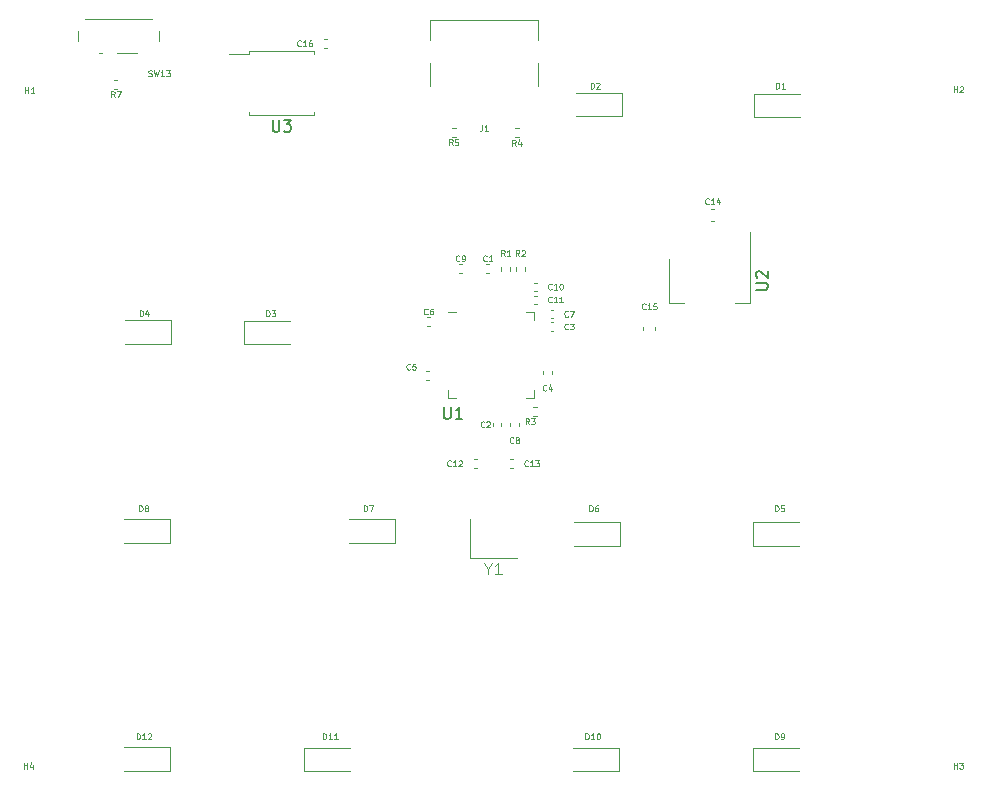
<source format=gbr>
%TF.GenerationSoftware,KiCad,Pcbnew,(6.0.10)*%
%TF.CreationDate,2023-01-10T16:59:13+01:00*%
%TF.ProjectId,rp2040_keyboard,72703230-3430-45f6-9b65-79626f617264,rev?*%
%TF.SameCoordinates,Original*%
%TF.FileFunction,Legend,Top*%
%TF.FilePolarity,Positive*%
%FSLAX46Y46*%
G04 Gerber Fmt 4.6, Leading zero omitted, Abs format (unit mm)*
G04 Created by KiCad (PCBNEW (6.0.10)) date 2023-01-10 16:59:13*
%MOMM*%
%LPD*%
G01*
G04 APERTURE LIST*
%ADD10C,0.050000*%
%ADD11C,0.150000*%
%ADD12C,0.100000*%
%ADD13C,0.200000*%
%ADD14C,0.120000*%
G04 APERTURE END LIST*
D10*
%TO.C,SW13*%
X58937638Y-48716380D02*
X59009066Y-48740190D01*
X59128114Y-48740190D01*
X59175733Y-48716380D01*
X59199542Y-48692571D01*
X59223352Y-48644952D01*
X59223352Y-48597333D01*
X59199542Y-48549714D01*
X59175733Y-48525904D01*
X59128114Y-48502095D01*
X59032876Y-48478285D01*
X58985257Y-48454476D01*
X58961447Y-48430666D01*
X58937638Y-48383047D01*
X58937638Y-48335428D01*
X58961447Y-48287809D01*
X58985257Y-48264000D01*
X59032876Y-48240190D01*
X59151923Y-48240190D01*
X59223352Y-48264000D01*
X59390019Y-48240190D02*
X59509066Y-48740190D01*
X59604304Y-48383047D01*
X59699542Y-48740190D01*
X59818590Y-48240190D01*
X60270971Y-48740190D02*
X59985257Y-48740190D01*
X60128114Y-48740190D02*
X60128114Y-48240190D01*
X60080495Y-48311619D01*
X60032876Y-48359238D01*
X59985257Y-48383047D01*
X60437638Y-48240190D02*
X60747161Y-48240190D01*
X60580495Y-48430666D01*
X60651923Y-48430666D01*
X60699542Y-48454476D01*
X60723352Y-48478285D01*
X60747161Y-48525904D01*
X60747161Y-48644952D01*
X60723352Y-48692571D01*
X60699542Y-48716380D01*
X60651923Y-48740190D01*
X60509066Y-48740190D01*
X60461447Y-48716380D01*
X60437638Y-48692571D01*
%TO.C,H4*%
X48387047Y-107355790D02*
X48387047Y-106855790D01*
X48387047Y-107093885D02*
X48672761Y-107093885D01*
X48672761Y-107355790D02*
X48672761Y-106855790D01*
X49125142Y-107022457D02*
X49125142Y-107355790D01*
X49006095Y-106831980D02*
X48887047Y-107189123D01*
X49196571Y-107189123D01*
%TO.C,H3*%
X127127047Y-107355790D02*
X127127047Y-106855790D01*
X127127047Y-107093885D02*
X127412761Y-107093885D01*
X127412761Y-107355790D02*
X127412761Y-106855790D01*
X127603238Y-106855790D02*
X127912761Y-106855790D01*
X127746095Y-107046266D01*
X127817523Y-107046266D01*
X127865142Y-107070076D01*
X127888952Y-107093885D01*
X127912761Y-107141504D01*
X127912761Y-107260552D01*
X127888952Y-107308171D01*
X127865142Y-107331980D01*
X127817523Y-107355790D01*
X127674666Y-107355790D01*
X127627047Y-107331980D01*
X127603238Y-107308171D01*
%TO.C,H2*%
X127127047Y-50093990D02*
X127127047Y-49593990D01*
X127127047Y-49832085D02*
X127412761Y-49832085D01*
X127412761Y-50093990D02*
X127412761Y-49593990D01*
X127627047Y-49641609D02*
X127650857Y-49617800D01*
X127698476Y-49593990D01*
X127817523Y-49593990D01*
X127865142Y-49617800D01*
X127888952Y-49641609D01*
X127912761Y-49689228D01*
X127912761Y-49736847D01*
X127888952Y-49808276D01*
X127603238Y-50093990D01*
X127912761Y-50093990D01*
%TO.C,H1*%
X48488647Y-50170190D02*
X48488647Y-49670190D01*
X48488647Y-49908285D02*
X48774361Y-49908285D01*
X48774361Y-50170190D02*
X48774361Y-49670190D01*
X49274361Y-50170190D02*
X48988647Y-50170190D01*
X49131504Y-50170190D02*
X49131504Y-49670190D01*
X49083885Y-49741619D01*
X49036266Y-49789238D01*
X48988647Y-49813047D01*
%TO.C,R1*%
X89096066Y-63954790D02*
X88929400Y-63716695D01*
X88810352Y-63954790D02*
X88810352Y-63454790D01*
X89000828Y-63454790D01*
X89048447Y-63478600D01*
X89072257Y-63502409D01*
X89096066Y-63550028D01*
X89096066Y-63621457D01*
X89072257Y-63669076D01*
X89048447Y-63692885D01*
X89000828Y-63716695D01*
X88810352Y-63716695D01*
X89572257Y-63954790D02*
X89286542Y-63954790D01*
X89429400Y-63954790D02*
X89429400Y-63454790D01*
X89381780Y-63526219D01*
X89334161Y-63573838D01*
X89286542Y-63597647D01*
%TO.C,D2*%
X96379552Y-49781590D02*
X96379552Y-49281590D01*
X96498600Y-49281590D01*
X96570028Y-49305400D01*
X96617647Y-49353019D01*
X96641457Y-49400638D01*
X96665266Y-49495876D01*
X96665266Y-49567304D01*
X96641457Y-49662542D01*
X96617647Y-49710161D01*
X96570028Y-49757780D01*
X96498600Y-49781590D01*
X96379552Y-49781590D01*
X96855742Y-49329209D02*
X96879552Y-49305400D01*
X96927171Y-49281590D01*
X97046219Y-49281590D01*
X97093838Y-49305400D01*
X97117647Y-49329209D01*
X97141457Y-49376828D01*
X97141457Y-49424447D01*
X97117647Y-49495876D01*
X96831933Y-49781590D01*
X97141457Y-49781590D01*
%TO.C,C12*%
X84539971Y-81712571D02*
X84516161Y-81736380D01*
X84444733Y-81760190D01*
X84397114Y-81760190D01*
X84325685Y-81736380D01*
X84278066Y-81688761D01*
X84254257Y-81641142D01*
X84230447Y-81545904D01*
X84230447Y-81474476D01*
X84254257Y-81379238D01*
X84278066Y-81331619D01*
X84325685Y-81284000D01*
X84397114Y-81260190D01*
X84444733Y-81260190D01*
X84516161Y-81284000D01*
X84539971Y-81307809D01*
X85016161Y-81760190D02*
X84730447Y-81760190D01*
X84873304Y-81760190D02*
X84873304Y-81260190D01*
X84825685Y-81331619D01*
X84778066Y-81379238D01*
X84730447Y-81403047D01*
X85206638Y-81307809D02*
X85230447Y-81284000D01*
X85278066Y-81260190D01*
X85397114Y-81260190D01*
X85444733Y-81284000D01*
X85468542Y-81307809D01*
X85492352Y-81355428D01*
X85492352Y-81403047D01*
X85468542Y-81474476D01*
X85182828Y-81760190D01*
X85492352Y-81760190D01*
%TO.C,C1*%
X87572066Y-64364371D02*
X87548257Y-64388180D01*
X87476828Y-64411990D01*
X87429209Y-64411990D01*
X87357780Y-64388180D01*
X87310161Y-64340561D01*
X87286352Y-64292942D01*
X87262542Y-64197704D01*
X87262542Y-64126276D01*
X87286352Y-64031038D01*
X87310161Y-63983419D01*
X87357780Y-63935800D01*
X87429209Y-63911990D01*
X87476828Y-63911990D01*
X87548257Y-63935800D01*
X87572066Y-63959609D01*
X88048257Y-64411990D02*
X87762542Y-64411990D01*
X87905400Y-64411990D02*
X87905400Y-63911990D01*
X87857780Y-63983419D01*
X87810161Y-64031038D01*
X87762542Y-64054847D01*
%TO.C,C5*%
X81095066Y-73533771D02*
X81071257Y-73557580D01*
X80999828Y-73581390D01*
X80952209Y-73581390D01*
X80880780Y-73557580D01*
X80833161Y-73509961D01*
X80809352Y-73462342D01*
X80785542Y-73367104D01*
X80785542Y-73295676D01*
X80809352Y-73200438D01*
X80833161Y-73152819D01*
X80880780Y-73105200D01*
X80952209Y-73081390D01*
X80999828Y-73081390D01*
X81071257Y-73105200D01*
X81095066Y-73129009D01*
X81547447Y-73081390D02*
X81309352Y-73081390D01*
X81285542Y-73319485D01*
X81309352Y-73295676D01*
X81356971Y-73271866D01*
X81476019Y-73271866D01*
X81523638Y-73295676D01*
X81547447Y-73319485D01*
X81571257Y-73367104D01*
X81571257Y-73486152D01*
X81547447Y-73533771D01*
X81523638Y-73557580D01*
X81476019Y-73581390D01*
X81356971Y-73581390D01*
X81309352Y-73557580D01*
X81285542Y-73533771D01*
%TO.C,C8*%
X89832666Y-79756771D02*
X89808857Y-79780580D01*
X89737428Y-79804390D01*
X89689809Y-79804390D01*
X89618380Y-79780580D01*
X89570761Y-79732961D01*
X89546952Y-79685342D01*
X89523142Y-79590104D01*
X89523142Y-79518676D01*
X89546952Y-79423438D01*
X89570761Y-79375819D01*
X89618380Y-79328200D01*
X89689809Y-79304390D01*
X89737428Y-79304390D01*
X89808857Y-79328200D01*
X89832666Y-79352009D01*
X90118380Y-79518676D02*
X90070761Y-79494866D01*
X90046952Y-79471057D01*
X90023142Y-79423438D01*
X90023142Y-79399628D01*
X90046952Y-79352009D01*
X90070761Y-79328200D01*
X90118380Y-79304390D01*
X90213619Y-79304390D01*
X90261238Y-79328200D01*
X90285047Y-79352009D01*
X90308857Y-79399628D01*
X90308857Y-79423438D01*
X90285047Y-79471057D01*
X90261238Y-79494866D01*
X90213619Y-79518676D01*
X90118380Y-79518676D01*
X90070761Y-79542485D01*
X90046952Y-79566295D01*
X90023142Y-79613914D01*
X90023142Y-79709152D01*
X90046952Y-79756771D01*
X90070761Y-79780580D01*
X90118380Y-79804390D01*
X90213619Y-79804390D01*
X90261238Y-79780580D01*
X90285047Y-79756771D01*
X90308857Y-79709152D01*
X90308857Y-79613914D01*
X90285047Y-79566295D01*
X90261238Y-79542485D01*
X90213619Y-79518676D01*
%TO.C,C14*%
X106383971Y-59538371D02*
X106360161Y-59562180D01*
X106288733Y-59585990D01*
X106241114Y-59585990D01*
X106169685Y-59562180D01*
X106122066Y-59514561D01*
X106098257Y-59466942D01*
X106074447Y-59371704D01*
X106074447Y-59300276D01*
X106098257Y-59205038D01*
X106122066Y-59157419D01*
X106169685Y-59109800D01*
X106241114Y-59085990D01*
X106288733Y-59085990D01*
X106360161Y-59109800D01*
X106383971Y-59133609D01*
X106860161Y-59585990D02*
X106574447Y-59585990D01*
X106717304Y-59585990D02*
X106717304Y-59085990D01*
X106669685Y-59157419D01*
X106622066Y-59205038D01*
X106574447Y-59228847D01*
X107288733Y-59252657D02*
X107288733Y-59585990D01*
X107169685Y-59062180D02*
X107050638Y-59419323D01*
X107360161Y-59419323D01*
D11*
%TO.C,U2*%
X110378380Y-66801904D02*
X111187904Y-66801904D01*
X111283142Y-66754285D01*
X111330761Y-66706666D01*
X111378380Y-66611428D01*
X111378380Y-66420952D01*
X111330761Y-66325714D01*
X111283142Y-66278095D01*
X111187904Y-66230476D01*
X110378380Y-66230476D01*
X110473619Y-65801904D02*
X110426000Y-65754285D01*
X110378380Y-65659047D01*
X110378380Y-65420952D01*
X110426000Y-65325714D01*
X110473619Y-65278095D01*
X110568857Y-65230476D01*
X110664095Y-65230476D01*
X110806952Y-65278095D01*
X111378380Y-65849523D01*
X111378380Y-65230476D01*
D10*
%TO.C,D5*%
X112000552Y-85570190D02*
X112000552Y-85070190D01*
X112119600Y-85070190D01*
X112191028Y-85094000D01*
X112238647Y-85141619D01*
X112262457Y-85189238D01*
X112286266Y-85284476D01*
X112286266Y-85355904D01*
X112262457Y-85451142D01*
X112238647Y-85498761D01*
X112191028Y-85546380D01*
X112119600Y-85570190D01*
X112000552Y-85570190D01*
X112738647Y-85070190D02*
X112500552Y-85070190D01*
X112476742Y-85308285D01*
X112500552Y-85284476D01*
X112548171Y-85260666D01*
X112667219Y-85260666D01*
X112714838Y-85284476D01*
X112738647Y-85308285D01*
X112762457Y-85355904D01*
X112762457Y-85474952D01*
X112738647Y-85522571D01*
X112714838Y-85546380D01*
X112667219Y-85570190D01*
X112548171Y-85570190D01*
X112500552Y-85546380D01*
X112476742Y-85522571D01*
%TO.C,D6*%
X96277952Y-85570190D02*
X96277952Y-85070190D01*
X96397000Y-85070190D01*
X96468428Y-85094000D01*
X96516047Y-85141619D01*
X96539857Y-85189238D01*
X96563666Y-85284476D01*
X96563666Y-85355904D01*
X96539857Y-85451142D01*
X96516047Y-85498761D01*
X96468428Y-85546380D01*
X96397000Y-85570190D01*
X96277952Y-85570190D01*
X96992238Y-85070190D02*
X96897000Y-85070190D01*
X96849380Y-85094000D01*
X96825571Y-85117809D01*
X96777952Y-85189238D01*
X96754142Y-85284476D01*
X96754142Y-85474952D01*
X96777952Y-85522571D01*
X96801761Y-85546380D01*
X96849380Y-85570190D01*
X96944619Y-85570190D01*
X96992238Y-85546380D01*
X97016047Y-85522571D01*
X97039857Y-85474952D01*
X97039857Y-85355904D01*
X97016047Y-85308285D01*
X96992238Y-85284476D01*
X96944619Y-85260666D01*
X96849380Y-85260666D01*
X96801761Y-85284476D01*
X96777952Y-85308285D01*
X96754142Y-85355904D01*
%TO.C,D8*%
X58152552Y-85570190D02*
X58152552Y-85070190D01*
X58271600Y-85070190D01*
X58343028Y-85094000D01*
X58390647Y-85141619D01*
X58414457Y-85189238D01*
X58438266Y-85284476D01*
X58438266Y-85355904D01*
X58414457Y-85451142D01*
X58390647Y-85498761D01*
X58343028Y-85546380D01*
X58271600Y-85570190D01*
X58152552Y-85570190D01*
X58723980Y-85284476D02*
X58676361Y-85260666D01*
X58652552Y-85236857D01*
X58628742Y-85189238D01*
X58628742Y-85165428D01*
X58652552Y-85117809D01*
X58676361Y-85094000D01*
X58723980Y-85070190D01*
X58819219Y-85070190D01*
X58866838Y-85094000D01*
X58890647Y-85117809D01*
X58914457Y-85165428D01*
X58914457Y-85189238D01*
X58890647Y-85236857D01*
X58866838Y-85260666D01*
X58819219Y-85284476D01*
X58723980Y-85284476D01*
X58676361Y-85308285D01*
X58652552Y-85332095D01*
X58628742Y-85379714D01*
X58628742Y-85474952D01*
X58652552Y-85522571D01*
X58676361Y-85546380D01*
X58723980Y-85570190D01*
X58819219Y-85570190D01*
X58866838Y-85546380D01*
X58890647Y-85522571D01*
X58914457Y-85474952D01*
X58914457Y-85379714D01*
X58890647Y-85332095D01*
X58866838Y-85308285D01*
X58819219Y-85284476D01*
%TO.C,R2*%
X90340666Y-63954790D02*
X90174000Y-63716695D01*
X90054952Y-63954790D02*
X90054952Y-63454790D01*
X90245428Y-63454790D01*
X90293047Y-63478600D01*
X90316857Y-63502409D01*
X90340666Y-63550028D01*
X90340666Y-63621457D01*
X90316857Y-63669076D01*
X90293047Y-63692885D01*
X90245428Y-63716695D01*
X90054952Y-63716695D01*
X90531142Y-63502409D02*
X90554952Y-63478600D01*
X90602571Y-63454790D01*
X90721619Y-63454790D01*
X90769238Y-63478600D01*
X90793047Y-63502409D01*
X90816857Y-63550028D01*
X90816857Y-63597647D01*
X90793047Y-63669076D01*
X90507333Y-63954790D01*
X90816857Y-63954790D01*
%TO.C,C10*%
X93074371Y-66751971D02*
X93050561Y-66775780D01*
X92979133Y-66799590D01*
X92931514Y-66799590D01*
X92860085Y-66775780D01*
X92812466Y-66728161D01*
X92788657Y-66680542D01*
X92764847Y-66585304D01*
X92764847Y-66513876D01*
X92788657Y-66418638D01*
X92812466Y-66371019D01*
X92860085Y-66323400D01*
X92931514Y-66299590D01*
X92979133Y-66299590D01*
X93050561Y-66323400D01*
X93074371Y-66347209D01*
X93550561Y-66799590D02*
X93264847Y-66799590D01*
X93407704Y-66799590D02*
X93407704Y-66299590D01*
X93360085Y-66371019D01*
X93312466Y-66418638D01*
X93264847Y-66442447D01*
X93860085Y-66299590D02*
X93907704Y-66299590D01*
X93955323Y-66323400D01*
X93979133Y-66347209D01*
X94002942Y-66394828D01*
X94026752Y-66490066D01*
X94026752Y-66609114D01*
X94002942Y-66704352D01*
X93979133Y-66751971D01*
X93955323Y-66775780D01*
X93907704Y-66799590D01*
X93860085Y-66799590D01*
X93812466Y-66775780D01*
X93788657Y-66751971D01*
X93764847Y-66704352D01*
X93741038Y-66609114D01*
X93741038Y-66490066D01*
X93764847Y-66394828D01*
X93788657Y-66347209D01*
X93812466Y-66323400D01*
X93860085Y-66299590D01*
%TO.C,D1*%
X112076752Y-49781590D02*
X112076752Y-49281590D01*
X112195800Y-49281590D01*
X112267228Y-49305400D01*
X112314847Y-49353019D01*
X112338657Y-49400638D01*
X112362466Y-49495876D01*
X112362466Y-49567304D01*
X112338657Y-49662542D01*
X112314847Y-49710161D01*
X112267228Y-49757780D01*
X112195800Y-49781590D01*
X112076752Y-49781590D01*
X112838657Y-49781590D02*
X112552942Y-49781590D01*
X112695800Y-49781590D02*
X112695800Y-49281590D01*
X112648180Y-49353019D01*
X112600561Y-49400638D01*
X112552942Y-49424447D01*
%TO.C,R7*%
X56076066Y-50518190D02*
X55909400Y-50280095D01*
X55790352Y-50518190D02*
X55790352Y-50018190D01*
X55980828Y-50018190D01*
X56028447Y-50042000D01*
X56052257Y-50065809D01*
X56076066Y-50113428D01*
X56076066Y-50184857D01*
X56052257Y-50232476D01*
X56028447Y-50256285D01*
X55980828Y-50280095D01*
X55790352Y-50280095D01*
X56242733Y-50018190D02*
X56576066Y-50018190D01*
X56361780Y-50518190D01*
%TO.C,R4*%
X90035866Y-54607590D02*
X89869200Y-54369495D01*
X89750152Y-54607590D02*
X89750152Y-54107590D01*
X89940628Y-54107590D01*
X89988247Y-54131400D01*
X90012057Y-54155209D01*
X90035866Y-54202828D01*
X90035866Y-54274257D01*
X90012057Y-54321876D01*
X89988247Y-54345685D01*
X89940628Y-54369495D01*
X89750152Y-54369495D01*
X90464438Y-54274257D02*
X90464438Y-54607590D01*
X90345390Y-54083780D02*
X90226342Y-54440923D01*
X90535866Y-54440923D01*
D12*
%TO.C,J1*%
X87183933Y-52875590D02*
X87183933Y-53232733D01*
X87160123Y-53304161D01*
X87112504Y-53351780D01*
X87041076Y-53375590D01*
X86993457Y-53375590D01*
X87683933Y-53375590D02*
X87398219Y-53375590D01*
X87541076Y-53375590D02*
X87541076Y-52875590D01*
X87493457Y-52947019D01*
X87445838Y-52994638D01*
X87398219Y-53018447D01*
D10*
%TO.C,C4*%
X92626666Y-75311771D02*
X92602857Y-75335580D01*
X92531428Y-75359390D01*
X92483809Y-75359390D01*
X92412380Y-75335580D01*
X92364761Y-75287961D01*
X92340952Y-75240342D01*
X92317142Y-75145104D01*
X92317142Y-75073676D01*
X92340952Y-74978438D01*
X92364761Y-74930819D01*
X92412380Y-74883200D01*
X92483809Y-74859390D01*
X92531428Y-74859390D01*
X92602857Y-74883200D01*
X92626666Y-74907009D01*
X93055238Y-75026057D02*
X93055238Y-75359390D01*
X92936190Y-74835580D02*
X92817142Y-75192723D01*
X93126666Y-75192723D01*
%TO.C,C16*%
X71839971Y-46152571D02*
X71816161Y-46176380D01*
X71744733Y-46200190D01*
X71697114Y-46200190D01*
X71625685Y-46176380D01*
X71578066Y-46128761D01*
X71554257Y-46081142D01*
X71530447Y-45985904D01*
X71530447Y-45914476D01*
X71554257Y-45819238D01*
X71578066Y-45771619D01*
X71625685Y-45724000D01*
X71697114Y-45700190D01*
X71744733Y-45700190D01*
X71816161Y-45724000D01*
X71839971Y-45747809D01*
X72316161Y-46200190D02*
X72030447Y-46200190D01*
X72173304Y-46200190D02*
X72173304Y-45700190D01*
X72125685Y-45771619D01*
X72078066Y-45819238D01*
X72030447Y-45843047D01*
X72744733Y-45700190D02*
X72649495Y-45700190D01*
X72601876Y-45724000D01*
X72578066Y-45747809D01*
X72530447Y-45819238D01*
X72506638Y-45914476D01*
X72506638Y-46104952D01*
X72530447Y-46152571D01*
X72554257Y-46176380D01*
X72601876Y-46200190D01*
X72697114Y-46200190D01*
X72744733Y-46176380D01*
X72768542Y-46152571D01*
X72792352Y-46104952D01*
X72792352Y-45985904D01*
X72768542Y-45938285D01*
X72744733Y-45914476D01*
X72697114Y-45890666D01*
X72601876Y-45890666D01*
X72554257Y-45914476D01*
X72530447Y-45938285D01*
X72506638Y-45985904D01*
%TO.C,C11*%
X93074371Y-67844171D02*
X93050561Y-67867980D01*
X92979133Y-67891790D01*
X92931514Y-67891790D01*
X92860085Y-67867980D01*
X92812466Y-67820361D01*
X92788657Y-67772742D01*
X92764847Y-67677504D01*
X92764847Y-67606076D01*
X92788657Y-67510838D01*
X92812466Y-67463219D01*
X92860085Y-67415600D01*
X92931514Y-67391790D01*
X92979133Y-67391790D01*
X93050561Y-67415600D01*
X93074371Y-67439409D01*
X93550561Y-67891790D02*
X93264847Y-67891790D01*
X93407704Y-67891790D02*
X93407704Y-67391790D01*
X93360085Y-67463219D01*
X93312466Y-67510838D01*
X93264847Y-67534647D01*
X94026752Y-67891790D02*
X93741038Y-67891790D01*
X93883895Y-67891790D02*
X93883895Y-67391790D01*
X93836276Y-67463219D01*
X93788657Y-67510838D01*
X93741038Y-67534647D01*
%TO.C,C3*%
X94455466Y-70130171D02*
X94431657Y-70153980D01*
X94360228Y-70177790D01*
X94312609Y-70177790D01*
X94241180Y-70153980D01*
X94193561Y-70106361D01*
X94169752Y-70058742D01*
X94145942Y-69963504D01*
X94145942Y-69892076D01*
X94169752Y-69796838D01*
X94193561Y-69749219D01*
X94241180Y-69701600D01*
X94312609Y-69677790D01*
X94360228Y-69677790D01*
X94431657Y-69701600D01*
X94455466Y-69725409D01*
X94622133Y-69677790D02*
X94931657Y-69677790D01*
X94764990Y-69868266D01*
X94836419Y-69868266D01*
X94884038Y-69892076D01*
X94907847Y-69915885D01*
X94931657Y-69963504D01*
X94931657Y-70082552D01*
X94907847Y-70130171D01*
X94884038Y-70153980D01*
X94836419Y-70177790D01*
X94693561Y-70177790D01*
X94645942Y-70153980D01*
X94622133Y-70130171D01*
%TO.C,D10*%
X95938257Y-104874190D02*
X95938257Y-104374190D01*
X96057304Y-104374190D01*
X96128733Y-104398000D01*
X96176352Y-104445619D01*
X96200161Y-104493238D01*
X96223971Y-104588476D01*
X96223971Y-104659904D01*
X96200161Y-104755142D01*
X96176352Y-104802761D01*
X96128733Y-104850380D01*
X96057304Y-104874190D01*
X95938257Y-104874190D01*
X96700161Y-104874190D02*
X96414447Y-104874190D01*
X96557304Y-104874190D02*
X96557304Y-104374190D01*
X96509685Y-104445619D01*
X96462066Y-104493238D01*
X96414447Y-104517047D01*
X97009685Y-104374190D02*
X97057304Y-104374190D01*
X97104923Y-104398000D01*
X97128733Y-104421809D01*
X97152542Y-104469428D01*
X97176352Y-104564666D01*
X97176352Y-104683714D01*
X97152542Y-104778952D01*
X97128733Y-104826571D01*
X97104923Y-104850380D01*
X97057304Y-104874190D01*
X97009685Y-104874190D01*
X96962066Y-104850380D01*
X96938257Y-104826571D01*
X96914447Y-104778952D01*
X96890638Y-104683714D01*
X96890638Y-104564666D01*
X96914447Y-104469428D01*
X96938257Y-104421809D01*
X96962066Y-104398000D01*
X97009685Y-104374190D01*
%TO.C,C2*%
X87368866Y-78410571D02*
X87345057Y-78434380D01*
X87273628Y-78458190D01*
X87226009Y-78458190D01*
X87154580Y-78434380D01*
X87106961Y-78386761D01*
X87083152Y-78339142D01*
X87059342Y-78243904D01*
X87059342Y-78172476D01*
X87083152Y-78077238D01*
X87106961Y-78029619D01*
X87154580Y-77982000D01*
X87226009Y-77958190D01*
X87273628Y-77958190D01*
X87345057Y-77982000D01*
X87368866Y-78005809D01*
X87559342Y-78005809D02*
X87583152Y-77982000D01*
X87630771Y-77958190D01*
X87749819Y-77958190D01*
X87797438Y-77982000D01*
X87821247Y-78005809D01*
X87845057Y-78053428D01*
X87845057Y-78101047D01*
X87821247Y-78172476D01*
X87535533Y-78458190D01*
X87845057Y-78458190D01*
%TO.C,R5*%
X84695866Y-54582190D02*
X84529200Y-54344095D01*
X84410152Y-54582190D02*
X84410152Y-54082190D01*
X84600628Y-54082190D01*
X84648247Y-54106000D01*
X84672057Y-54129809D01*
X84695866Y-54177428D01*
X84695866Y-54248857D01*
X84672057Y-54296476D01*
X84648247Y-54320285D01*
X84600628Y-54344095D01*
X84410152Y-54344095D01*
X85148247Y-54082190D02*
X84910152Y-54082190D01*
X84886342Y-54320285D01*
X84910152Y-54296476D01*
X84957771Y-54272666D01*
X85076819Y-54272666D01*
X85124438Y-54296476D01*
X85148247Y-54320285D01*
X85172057Y-54367904D01*
X85172057Y-54486952D01*
X85148247Y-54534571D01*
X85124438Y-54558380D01*
X85076819Y-54582190D01*
X84957771Y-54582190D01*
X84910152Y-54558380D01*
X84886342Y-54534571D01*
%TO.C,D12*%
X57939857Y-104874190D02*
X57939857Y-104374190D01*
X58058904Y-104374190D01*
X58130333Y-104398000D01*
X58177952Y-104445619D01*
X58201761Y-104493238D01*
X58225571Y-104588476D01*
X58225571Y-104659904D01*
X58201761Y-104755142D01*
X58177952Y-104802761D01*
X58130333Y-104850380D01*
X58058904Y-104874190D01*
X57939857Y-104874190D01*
X58701761Y-104874190D02*
X58416047Y-104874190D01*
X58558904Y-104874190D02*
X58558904Y-104374190D01*
X58511285Y-104445619D01*
X58463666Y-104493238D01*
X58416047Y-104517047D01*
X58892238Y-104421809D02*
X58916047Y-104398000D01*
X58963666Y-104374190D01*
X59082714Y-104374190D01*
X59130333Y-104398000D01*
X59154142Y-104421809D01*
X59177952Y-104469428D01*
X59177952Y-104517047D01*
X59154142Y-104588476D01*
X58868428Y-104874190D01*
X59177952Y-104874190D01*
D11*
%TO.C,U3*%
X69443695Y-52436780D02*
X69443695Y-53246304D01*
X69491314Y-53341542D01*
X69538933Y-53389161D01*
X69634171Y-53436780D01*
X69824647Y-53436780D01*
X69919885Y-53389161D01*
X69967504Y-53341542D01*
X70015123Y-53246304D01*
X70015123Y-52436780D01*
X70396076Y-52436780D02*
X71015123Y-52436780D01*
X70681790Y-52817733D01*
X70824647Y-52817733D01*
X70919885Y-52865352D01*
X70967504Y-52912971D01*
X71015123Y-53008209D01*
X71015123Y-53246304D01*
X70967504Y-53341542D01*
X70919885Y-53389161D01*
X70824647Y-53436780D01*
X70538933Y-53436780D01*
X70443695Y-53389161D01*
X70396076Y-53341542D01*
D10*
%TO.C,C13*%
X91067771Y-81712571D02*
X91043961Y-81736380D01*
X90972533Y-81760190D01*
X90924914Y-81760190D01*
X90853485Y-81736380D01*
X90805866Y-81688761D01*
X90782057Y-81641142D01*
X90758247Y-81545904D01*
X90758247Y-81474476D01*
X90782057Y-81379238D01*
X90805866Y-81331619D01*
X90853485Y-81284000D01*
X90924914Y-81260190D01*
X90972533Y-81260190D01*
X91043961Y-81284000D01*
X91067771Y-81307809D01*
X91543961Y-81760190D02*
X91258247Y-81760190D01*
X91401104Y-81760190D02*
X91401104Y-81260190D01*
X91353485Y-81331619D01*
X91305866Y-81379238D01*
X91258247Y-81403047D01*
X91710628Y-81260190D02*
X92020152Y-81260190D01*
X91853485Y-81450666D01*
X91924914Y-81450666D01*
X91972533Y-81474476D01*
X91996342Y-81498285D01*
X92020152Y-81545904D01*
X92020152Y-81664952D01*
X91996342Y-81712571D01*
X91972533Y-81736380D01*
X91924914Y-81760190D01*
X91782057Y-81760190D01*
X91734438Y-81736380D01*
X91710628Y-81712571D01*
%TO.C,D4*%
X58203352Y-69060190D02*
X58203352Y-68560190D01*
X58322400Y-68560190D01*
X58393828Y-68584000D01*
X58441447Y-68631619D01*
X58465257Y-68679238D01*
X58489066Y-68774476D01*
X58489066Y-68845904D01*
X58465257Y-68941142D01*
X58441447Y-68988761D01*
X58393828Y-69036380D01*
X58322400Y-69060190D01*
X58203352Y-69060190D01*
X58917638Y-68726857D02*
X58917638Y-69060190D01*
X58798590Y-68536380D02*
X58679542Y-68893523D01*
X58989066Y-68893523D01*
%TO.C,C15*%
X101024571Y-68428371D02*
X101000761Y-68452180D01*
X100929333Y-68475990D01*
X100881714Y-68475990D01*
X100810285Y-68452180D01*
X100762666Y-68404561D01*
X100738857Y-68356942D01*
X100715047Y-68261704D01*
X100715047Y-68190276D01*
X100738857Y-68095038D01*
X100762666Y-68047419D01*
X100810285Y-67999800D01*
X100881714Y-67975990D01*
X100929333Y-67975990D01*
X101000761Y-67999800D01*
X101024571Y-68023609D01*
X101500761Y-68475990D02*
X101215047Y-68475990D01*
X101357904Y-68475990D02*
X101357904Y-67975990D01*
X101310285Y-68047419D01*
X101262666Y-68095038D01*
X101215047Y-68118847D01*
X101953142Y-67975990D02*
X101715047Y-67975990D01*
X101691238Y-68214085D01*
X101715047Y-68190276D01*
X101762666Y-68166466D01*
X101881714Y-68166466D01*
X101929333Y-68190276D01*
X101953142Y-68214085D01*
X101976952Y-68261704D01*
X101976952Y-68380752D01*
X101953142Y-68428371D01*
X101929333Y-68452180D01*
X101881714Y-68475990D01*
X101762666Y-68475990D01*
X101715047Y-68452180D01*
X101691238Y-68428371D01*
D13*
%TO.C,U1*%
X83947095Y-76744580D02*
X83947095Y-77554104D01*
X83994714Y-77649342D01*
X84042333Y-77696961D01*
X84137571Y-77744580D01*
X84328047Y-77744580D01*
X84423285Y-77696961D01*
X84470904Y-77649342D01*
X84518523Y-77554104D01*
X84518523Y-76744580D01*
X85518523Y-77744580D02*
X84947095Y-77744580D01*
X85232809Y-77744580D02*
X85232809Y-76744580D01*
X85137571Y-76887438D01*
X85042333Y-76982676D01*
X84947095Y-77030295D01*
D10*
%TO.C,C9*%
X85260666Y-64364371D02*
X85236857Y-64388180D01*
X85165428Y-64411990D01*
X85117809Y-64411990D01*
X85046380Y-64388180D01*
X84998761Y-64340561D01*
X84974952Y-64292942D01*
X84951142Y-64197704D01*
X84951142Y-64126276D01*
X84974952Y-64031038D01*
X84998761Y-63983419D01*
X85046380Y-63935800D01*
X85117809Y-63911990D01*
X85165428Y-63911990D01*
X85236857Y-63935800D01*
X85260666Y-63959609D01*
X85498761Y-64411990D02*
X85594000Y-64411990D01*
X85641619Y-64388180D01*
X85665428Y-64364371D01*
X85713047Y-64292942D01*
X85736857Y-64197704D01*
X85736857Y-64007228D01*
X85713047Y-63959609D01*
X85689238Y-63935800D01*
X85641619Y-63911990D01*
X85546380Y-63911990D01*
X85498761Y-63935800D01*
X85474952Y-63959609D01*
X85451142Y-64007228D01*
X85451142Y-64126276D01*
X85474952Y-64173895D01*
X85498761Y-64197704D01*
X85546380Y-64221514D01*
X85641619Y-64221514D01*
X85689238Y-64197704D01*
X85713047Y-64173895D01*
X85736857Y-64126276D01*
%TO.C,R3*%
X91153466Y-78204190D02*
X90986800Y-77966095D01*
X90867752Y-78204190D02*
X90867752Y-77704190D01*
X91058228Y-77704190D01*
X91105847Y-77728000D01*
X91129657Y-77751809D01*
X91153466Y-77799428D01*
X91153466Y-77870857D01*
X91129657Y-77918476D01*
X91105847Y-77942285D01*
X91058228Y-77966095D01*
X90867752Y-77966095D01*
X91320133Y-77704190D02*
X91629657Y-77704190D01*
X91462990Y-77894666D01*
X91534419Y-77894666D01*
X91582038Y-77918476D01*
X91605847Y-77942285D01*
X91629657Y-77989904D01*
X91629657Y-78108952D01*
X91605847Y-78156571D01*
X91582038Y-78180380D01*
X91534419Y-78204190D01*
X91391561Y-78204190D01*
X91343942Y-78180380D01*
X91320133Y-78156571D01*
%TO.C,C7*%
X94455466Y-69063371D02*
X94431657Y-69087180D01*
X94360228Y-69110990D01*
X94312609Y-69110990D01*
X94241180Y-69087180D01*
X94193561Y-69039561D01*
X94169752Y-68991942D01*
X94145942Y-68896704D01*
X94145942Y-68825276D01*
X94169752Y-68730038D01*
X94193561Y-68682419D01*
X94241180Y-68634800D01*
X94312609Y-68610990D01*
X94360228Y-68610990D01*
X94431657Y-68634800D01*
X94455466Y-68658609D01*
X94622133Y-68610990D02*
X94955466Y-68610990D01*
X94741180Y-69110990D01*
%TO.C,D9*%
X112000552Y-104874190D02*
X112000552Y-104374190D01*
X112119600Y-104374190D01*
X112191028Y-104398000D01*
X112238647Y-104445619D01*
X112262457Y-104493238D01*
X112286266Y-104588476D01*
X112286266Y-104659904D01*
X112262457Y-104755142D01*
X112238647Y-104802761D01*
X112191028Y-104850380D01*
X112119600Y-104874190D01*
X112000552Y-104874190D01*
X112524361Y-104874190D02*
X112619600Y-104874190D01*
X112667219Y-104850380D01*
X112691028Y-104826571D01*
X112738647Y-104755142D01*
X112762457Y-104659904D01*
X112762457Y-104469428D01*
X112738647Y-104421809D01*
X112714838Y-104398000D01*
X112667219Y-104374190D01*
X112571980Y-104374190D01*
X112524361Y-104398000D01*
X112500552Y-104421809D01*
X112476742Y-104469428D01*
X112476742Y-104588476D01*
X112500552Y-104636095D01*
X112524361Y-104659904D01*
X112571980Y-104683714D01*
X112667219Y-104683714D01*
X112714838Y-104659904D01*
X112738647Y-104636095D01*
X112762457Y-104588476D01*
%TO.C,D11*%
X73713257Y-104874190D02*
X73713257Y-104374190D01*
X73832304Y-104374190D01*
X73903733Y-104398000D01*
X73951352Y-104445619D01*
X73975161Y-104493238D01*
X73998971Y-104588476D01*
X73998971Y-104659904D01*
X73975161Y-104755142D01*
X73951352Y-104802761D01*
X73903733Y-104850380D01*
X73832304Y-104874190D01*
X73713257Y-104874190D01*
X74475161Y-104874190D02*
X74189447Y-104874190D01*
X74332304Y-104874190D02*
X74332304Y-104374190D01*
X74284685Y-104445619D01*
X74237066Y-104493238D01*
X74189447Y-104517047D01*
X74951352Y-104874190D02*
X74665638Y-104874190D01*
X74808495Y-104874190D02*
X74808495Y-104374190D01*
X74760876Y-104445619D01*
X74713257Y-104493238D01*
X74665638Y-104517047D01*
%TO.C,C6*%
X82568266Y-68860171D02*
X82544457Y-68883980D01*
X82473028Y-68907790D01*
X82425409Y-68907790D01*
X82353980Y-68883980D01*
X82306361Y-68836361D01*
X82282552Y-68788742D01*
X82258742Y-68693504D01*
X82258742Y-68622076D01*
X82282552Y-68526838D01*
X82306361Y-68479219D01*
X82353980Y-68431600D01*
X82425409Y-68407790D01*
X82473028Y-68407790D01*
X82544457Y-68431600D01*
X82568266Y-68455409D01*
X82996838Y-68407790D02*
X82901600Y-68407790D01*
X82853980Y-68431600D01*
X82830171Y-68455409D01*
X82782552Y-68526838D01*
X82758742Y-68622076D01*
X82758742Y-68812552D01*
X82782552Y-68860171D01*
X82806361Y-68883980D01*
X82853980Y-68907790D01*
X82949219Y-68907790D01*
X82996838Y-68883980D01*
X83020647Y-68860171D01*
X83044457Y-68812552D01*
X83044457Y-68693504D01*
X83020647Y-68645885D01*
X82996838Y-68622076D01*
X82949219Y-68598266D01*
X82853980Y-68598266D01*
X82806361Y-68622076D01*
X82782552Y-68645885D01*
X82758742Y-68693504D01*
%TO.C,D3*%
X68922152Y-69060190D02*
X68922152Y-68560190D01*
X69041200Y-68560190D01*
X69112628Y-68584000D01*
X69160247Y-68631619D01*
X69184057Y-68679238D01*
X69207866Y-68774476D01*
X69207866Y-68845904D01*
X69184057Y-68941142D01*
X69160247Y-68988761D01*
X69112628Y-69036380D01*
X69041200Y-69060190D01*
X68922152Y-69060190D01*
X69374533Y-68560190D02*
X69684057Y-68560190D01*
X69517390Y-68750666D01*
X69588819Y-68750666D01*
X69636438Y-68774476D01*
X69660247Y-68798285D01*
X69684057Y-68845904D01*
X69684057Y-68964952D01*
X69660247Y-69012571D01*
X69636438Y-69036380D01*
X69588819Y-69060190D01*
X69445961Y-69060190D01*
X69398342Y-69036380D01*
X69374533Y-69012571D01*
%TO.C,D7*%
X77177152Y-85570190D02*
X77177152Y-85070190D01*
X77296200Y-85070190D01*
X77367628Y-85094000D01*
X77415247Y-85141619D01*
X77439057Y-85189238D01*
X77462866Y-85284476D01*
X77462866Y-85355904D01*
X77439057Y-85451142D01*
X77415247Y-85498761D01*
X77367628Y-85546380D01*
X77296200Y-85570190D01*
X77177152Y-85570190D01*
X77629533Y-85070190D02*
X77962866Y-85070190D01*
X77748580Y-85570190D01*
D12*
%TO.C,Y1*%
X87661809Y-90450990D02*
X87661809Y-90927180D01*
X87328476Y-89927180D02*
X87661809Y-90450990D01*
X87995142Y-89927180D01*
X88852285Y-90927180D02*
X88280857Y-90927180D01*
X88566571Y-90927180D02*
X88566571Y-89927180D01*
X88471333Y-90070038D01*
X88376095Y-90165276D01*
X88280857Y-90212895D01*
D14*
%TO.C,SW13*%
X59238000Y-43931600D02*
X53538000Y-43931600D01*
X59838000Y-45731600D02*
X59838000Y-44941600D01*
X57988000Y-46781600D02*
X56288000Y-46781600D01*
X52938000Y-44941600D02*
X52938000Y-45731600D01*
X54988000Y-46781600D02*
X54788000Y-46781600D01*
%TO.C,R1*%
X88794000Y-65226641D02*
X88794000Y-64919359D01*
X89554000Y-65226641D02*
X89554000Y-64919359D01*
%TO.C,D2*%
X98998600Y-52130200D02*
X95098600Y-52130200D01*
X98998600Y-50130200D02*
X95098600Y-50130200D01*
X98998600Y-52130200D02*
X98998600Y-50130200D01*
%TO.C,C12*%
X86721836Y-81174000D02*
X86506164Y-81174000D01*
X86721836Y-81894000D02*
X86506164Y-81894000D01*
%TO.C,C1*%
X87765836Y-64664000D02*
X87550164Y-64664000D01*
X87765836Y-65384000D02*
X87550164Y-65384000D01*
%TO.C,C5*%
X82657836Y-74426400D02*
X82442164Y-74426400D01*
X82657836Y-73706400D02*
X82442164Y-73706400D01*
%TO.C,C8*%
X90276000Y-78339836D02*
X90276000Y-78124164D01*
X89556000Y-78339836D02*
X89556000Y-78124164D01*
%TO.C,C14*%
X106539420Y-60962000D02*
X106820580Y-60962000D01*
X106539420Y-59942000D02*
X106820580Y-59942000D01*
%TO.C,U2*%
X109836000Y-67950000D02*
X108576000Y-67950000D01*
X109836000Y-61940000D02*
X109836000Y-67950000D01*
X103016000Y-64190000D02*
X103016000Y-67950000D01*
X103016000Y-67950000D02*
X104276000Y-67950000D01*
%TO.C,D5*%
X110119600Y-86503000D02*
X110119600Y-88503000D01*
X110119600Y-86503000D02*
X114019600Y-86503000D01*
X110119600Y-88503000D02*
X114019600Y-88503000D01*
%TO.C,D6*%
X98897000Y-88503000D02*
X98897000Y-86503000D01*
X98897000Y-88503000D02*
X94997000Y-88503000D01*
X98897000Y-86503000D02*
X94997000Y-86503000D01*
%TO.C,D8*%
X60771600Y-88223600D02*
X56871600Y-88223600D01*
X60771600Y-88223600D02*
X60771600Y-86223600D01*
X60771600Y-86223600D02*
X56871600Y-86223600D01*
%TO.C,R2*%
X90044000Y-65226641D02*
X90044000Y-64919359D01*
X90804000Y-65226641D02*
X90804000Y-64919359D01*
%TO.C,C10*%
X91614164Y-66216000D02*
X91829836Y-66216000D01*
X91614164Y-66936000D02*
X91829836Y-66936000D01*
%TO.C,D1*%
X110195800Y-50231800D02*
X110195800Y-52231800D01*
X110195800Y-52231800D02*
X114095800Y-52231800D01*
X110195800Y-50231800D02*
X114095800Y-50231800D01*
%TO.C,R7*%
X56005759Y-49783000D02*
X56313041Y-49783000D01*
X56005759Y-49023000D02*
X56313041Y-49023000D01*
%TO.C,R4*%
X89965559Y-53872400D02*
X90272841Y-53872400D01*
X89965559Y-53112400D02*
X90272841Y-53112400D01*
%TO.C,J1*%
X82770000Y-43941600D02*
X91930000Y-43941600D01*
X91930000Y-43941600D02*
X91930000Y-45646600D01*
X82770000Y-47656600D02*
X82770000Y-49576600D01*
X91930000Y-49576600D02*
X91930000Y-47656600D01*
X82770000Y-45646600D02*
X82770000Y-43941600D01*
%TO.C,C4*%
X93070000Y-73704564D02*
X93070000Y-73920236D01*
X92350000Y-73704564D02*
X92350000Y-73920236D01*
%TO.C,C16*%
X73806164Y-46334000D02*
X74021836Y-46334000D01*
X73806164Y-45614000D02*
X74021836Y-45614000D01*
%TO.C,C11*%
X91614164Y-67308200D02*
X91829836Y-67308200D01*
X91614164Y-68028200D02*
X91829836Y-68028200D01*
%TO.C,C3*%
X92983164Y-69591600D02*
X93198836Y-69591600D01*
X92983164Y-70311600D02*
X93198836Y-70311600D01*
%TO.C,D10*%
X98795400Y-107603800D02*
X98795400Y-105603800D01*
X98795400Y-105603800D02*
X94895400Y-105603800D01*
X98795400Y-107603800D02*
X94895400Y-107603800D01*
%TO.C,C2*%
X88108200Y-78124164D02*
X88108200Y-78339836D01*
X88828200Y-78124164D02*
X88828200Y-78339836D01*
%TO.C,R5*%
X84938841Y-53112400D02*
X84631559Y-53112400D01*
X84938841Y-53872400D02*
X84631559Y-53872400D01*
%TO.C,D12*%
X60797000Y-105527600D02*
X56897000Y-105527600D01*
X60797000Y-107527600D02*
X60797000Y-105527600D01*
X60797000Y-107527600D02*
X56897000Y-107527600D01*
%TO.C,U3*%
X70200000Y-46575000D02*
X72925000Y-46575000D01*
X67475000Y-46575000D02*
X67475000Y-46835000D01*
X67475000Y-52025000D02*
X67475000Y-51765000D01*
X72925000Y-52025000D02*
X72925000Y-51765000D01*
X70200000Y-52025000D02*
X67475000Y-52025000D01*
X72925000Y-46575000D02*
X72925000Y-46835000D01*
X67475000Y-46835000D02*
X65800000Y-46835000D01*
X70200000Y-46575000D02*
X67475000Y-46575000D01*
X70200000Y-52025000D02*
X72925000Y-52025000D01*
%TO.C,C13*%
X89554164Y-81894000D02*
X89769836Y-81894000D01*
X89554164Y-81174000D02*
X89769836Y-81174000D01*
%TO.C,D4*%
X60822400Y-71383400D02*
X60822400Y-69383400D01*
X60822400Y-69383400D02*
X56922400Y-69383400D01*
X60822400Y-71383400D02*
X56922400Y-71383400D01*
%TO.C,C15*%
X100836000Y-69963420D02*
X100836000Y-70244580D01*
X101856000Y-69963420D02*
X101856000Y-70244580D01*
%TO.C,U1*%
X91560000Y-68738000D02*
X91560000Y-69388000D01*
X90910000Y-75958000D02*
X91560000Y-75958000D01*
X90910000Y-68738000D02*
X91560000Y-68738000D01*
X84990000Y-68738000D02*
X84340000Y-68738000D01*
X84990000Y-75958000D02*
X84340000Y-75958000D01*
X84340000Y-75958000D02*
X84340000Y-75308000D01*
X91560000Y-75958000D02*
X91560000Y-75308000D01*
%TO.C,C9*%
X85451836Y-64664000D02*
X85236164Y-64664000D01*
X85451836Y-65384000D02*
X85236164Y-65384000D01*
%TO.C,R3*%
X91820241Y-77469000D02*
X91512959Y-77469000D01*
X91820241Y-76709000D02*
X91512959Y-76709000D01*
%TO.C,C7*%
X92983164Y-69244800D02*
X93198836Y-69244800D01*
X92983164Y-68524800D02*
X93198836Y-68524800D01*
%TO.C,D9*%
X110119600Y-105603800D02*
X110119600Y-107603800D01*
X110119600Y-107603800D02*
X114019600Y-107603800D01*
X110119600Y-105603800D02*
X114019600Y-105603800D01*
%TO.C,D11*%
X72070400Y-105603800D02*
X75970400Y-105603800D01*
X72070400Y-105603800D02*
X72070400Y-107603800D01*
X72070400Y-107603800D02*
X75970400Y-107603800D01*
%TO.C,C6*%
X82759436Y-69854400D02*
X82543764Y-69854400D01*
X82759436Y-69134400D02*
X82543764Y-69134400D01*
%TO.C,D3*%
X67041200Y-69434200D02*
X70941200Y-69434200D01*
X67041200Y-71434200D02*
X70941200Y-71434200D01*
X67041200Y-69434200D02*
X67041200Y-71434200D01*
%TO.C,D7*%
X79796200Y-88249000D02*
X79796200Y-86249000D01*
X79796200Y-86249000D02*
X75896200Y-86249000D01*
X79796200Y-88249000D02*
X75896200Y-88249000D01*
%TO.C,Y1*%
X86138000Y-89534000D02*
X90138000Y-89534000D01*
X86138000Y-86234000D02*
X86138000Y-89534000D01*
%TD*%
M02*

</source>
